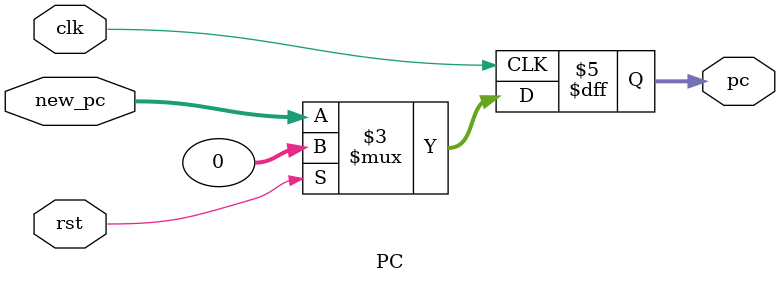
<source format=v>
`timescale 1ns / 1ps
module PC(clk, rst, new_pc, pc);
	input clk, rst; // clock and reset signal in input
	input [31:0] new_pc; // 32 bit new value of the program counter 
	output reg[31:0] pc; // 32 bit old program counter
	
	always@(posedge clk) begin
		if(rst) begin
		// at reset signal, set the program counter to 0
			pc = 0;
		end
		else begin
		// else we just set the program counter to the new program counter
			pc = new_pc;
		end
	end
	
			

endmodule

</source>
